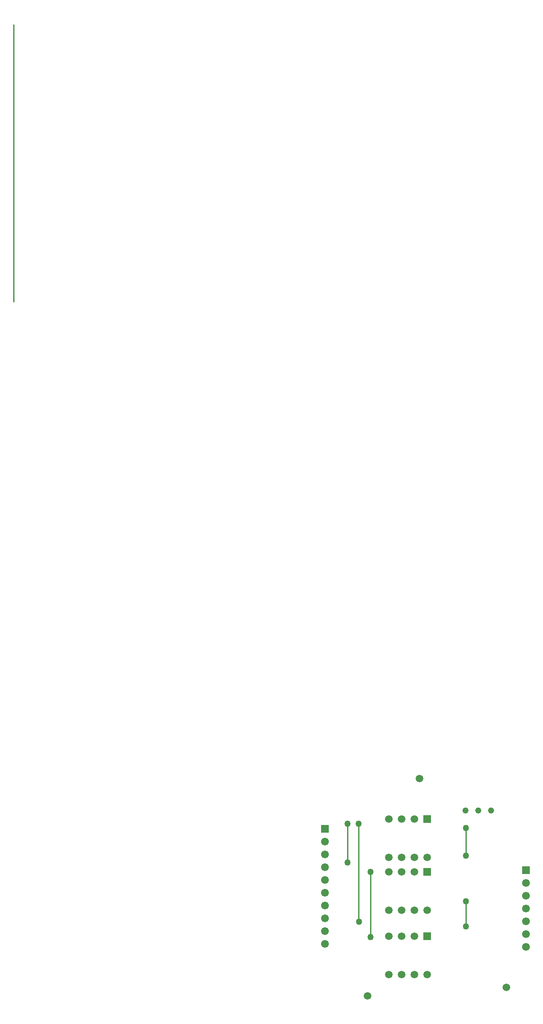
<source format=gbl>
G04 Layer_Physical_Order=2*
G04 Layer_Color=11436288*
%FSAX42Y42*%
%MOMM*%
G71*
G01*
G75*
%ADD12C,0.25*%
%ADD13C,1.50*%
%ADD14R,1.50X1.50*%
%ADD15C,1.55*%
%ADD16R,1.55X1.55*%
%ADD17C,1.22*%
%ADD18C,1.52*%
%ADD19C,1.27*%
D12*
X007100Y005880D02*
Y007170D01*
X006870Y006180D02*
Y006180D01*
X006860Y006170D02*
X006870Y006180D01*
X006860Y006170D02*
Y008130D01*
X006640Y007360D02*
X006640Y007360D01*
X006640Y007360D02*
Y008130D01*
X008990Y006090D02*
Y006590D01*
X008990Y006590D02*
X008990Y006590D01*
X008990Y007490D02*
Y008040D01*
X000000Y018500D02*
Y024000D01*
D13*
X007459Y007459D02*
D03*
X007713D02*
D03*
X007967D02*
D03*
X008221D02*
D03*
X007459Y008221D02*
D03*
X007713D02*
D03*
X007967D02*
D03*
X007459Y006409D02*
D03*
X007713D02*
D03*
X007967D02*
D03*
X008221D02*
D03*
X007459Y007171D02*
D03*
X007713D02*
D03*
X007967D02*
D03*
X007459Y005129D02*
D03*
X007713D02*
D03*
X007967D02*
D03*
X008221D02*
D03*
X007459Y005891D02*
D03*
X007713D02*
D03*
X007967D02*
D03*
D14*
X008221Y008221D02*
D03*
Y007171D02*
D03*
Y005891D02*
D03*
D15*
X010190Y005678D02*
D03*
Y005932D02*
D03*
Y006186D02*
D03*
Y006440D02*
D03*
Y006694D02*
D03*
Y006948D02*
D03*
X006190Y007769D02*
D03*
Y007515D02*
D03*
Y007261D02*
D03*
Y007007D02*
D03*
Y006753D02*
D03*
Y006499D02*
D03*
Y006245D02*
D03*
Y005991D02*
D03*
Y005737D02*
D03*
D16*
X010190Y007202D02*
D03*
X006190Y008023D02*
D03*
D17*
X009240Y008390D02*
D03*
X009494D02*
D03*
X008986D02*
D03*
D18*
X008070Y009030D02*
D03*
X009800Y004880D02*
D03*
X007040Y004710D02*
D03*
D19*
X007100Y005880D02*
D03*
Y007170D02*
D03*
X006870Y006180D02*
D03*
X006860Y008130D02*
D03*
X006640Y007360D02*
D03*
X006640Y008130D02*
D03*
X008990Y006090D02*
D03*
X008990Y006590D02*
D03*
Y007490D02*
D03*
Y008040D02*
D03*
M02*

</source>
